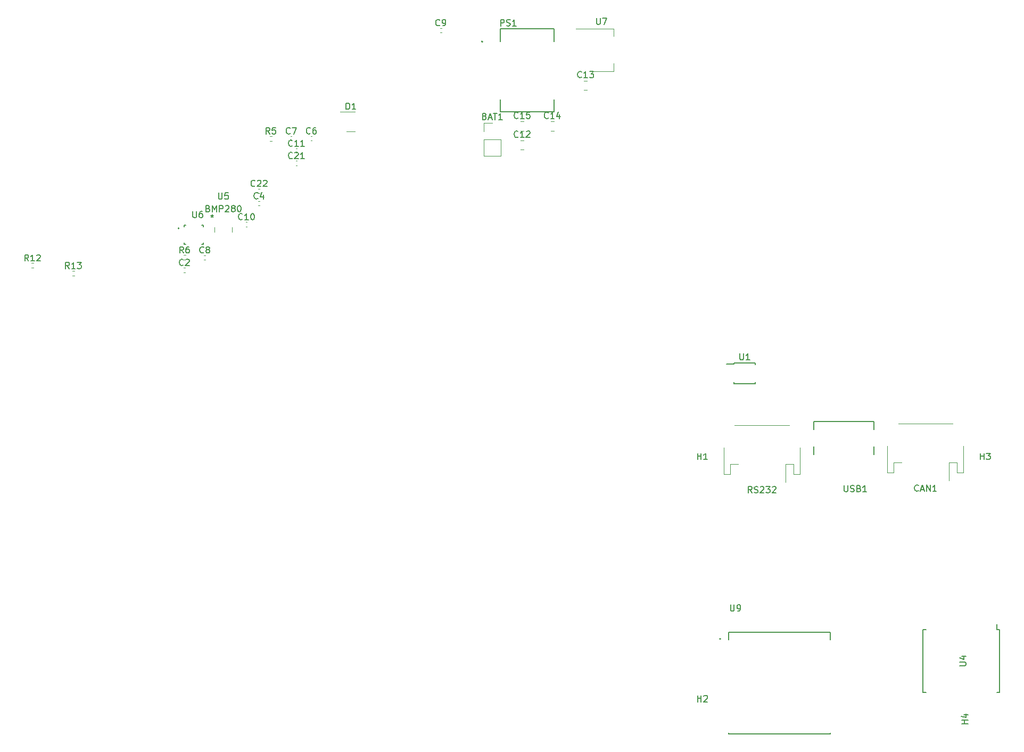
<source format=gbr>
%TF.GenerationSoftware,KiCad,Pcbnew,(6.0.1)*%
%TF.CreationDate,2022-02-28T23:17:01+05:30*%
%TF.ProjectId,ProIMU_V1,50726f49-4d55-45f5-9631-2e6b69636164,rev?*%
%TF.SameCoordinates,Original*%
%TF.FileFunction,Legend,Top*%
%TF.FilePolarity,Positive*%
%FSLAX46Y46*%
G04 Gerber Fmt 4.6, Leading zero omitted, Abs format (unit mm)*
G04 Created by KiCad (PCBNEW (6.0.1)) date 2022-02-28 23:17:01*
%MOMM*%
%LPD*%
G01*
G04 APERTURE LIST*
%ADD10C,0.150000*%
%ADD11C,0.120000*%
%ADD12C,0.127000*%
%ADD13C,0.200000*%
G04 APERTURE END LIST*
D10*
%TO.C,C10*%
X52837142Y-47977142D02*
X52789523Y-48024761D01*
X52646666Y-48072380D01*
X52551428Y-48072380D01*
X52408571Y-48024761D01*
X52313333Y-47929523D01*
X52265714Y-47834285D01*
X52218095Y-47643809D01*
X52218095Y-47500952D01*
X52265714Y-47310476D01*
X52313333Y-47215238D01*
X52408571Y-47120000D01*
X52551428Y-47072380D01*
X52646666Y-47072380D01*
X52789523Y-47120000D01*
X52837142Y-47167619D01*
X53789523Y-48072380D02*
X53218095Y-48072380D01*
X53503809Y-48072380D02*
X53503809Y-47072380D01*
X53408571Y-47215238D01*
X53313333Y-47310476D01*
X53218095Y-47358095D01*
X54408571Y-47072380D02*
X54503809Y-47072380D01*
X54599047Y-47120000D01*
X54646666Y-47167619D01*
X54694285Y-47262857D01*
X54741904Y-47453333D01*
X54741904Y-47691428D01*
X54694285Y-47881904D01*
X54646666Y-47977142D01*
X54599047Y-48024761D01*
X54503809Y-48072380D01*
X54408571Y-48072380D01*
X54313333Y-48024761D01*
X54265714Y-47977142D01*
X54218095Y-47881904D01*
X54170476Y-47691428D01*
X54170476Y-47453333D01*
X54218095Y-47262857D01*
X54265714Y-47167619D01*
X54313333Y-47120000D01*
X54408571Y-47072380D01*
%TO.C,C6*%
X63643333Y-34307142D02*
X63595714Y-34354761D01*
X63452857Y-34402380D01*
X63357619Y-34402380D01*
X63214761Y-34354761D01*
X63119523Y-34259523D01*
X63071904Y-34164285D01*
X63024285Y-33973809D01*
X63024285Y-33830952D01*
X63071904Y-33640476D01*
X63119523Y-33545238D01*
X63214761Y-33450000D01*
X63357619Y-33402380D01*
X63452857Y-33402380D01*
X63595714Y-33450000D01*
X63643333Y-33497619D01*
X64500476Y-33402380D02*
X64310000Y-33402380D01*
X64214761Y-33450000D01*
X64167142Y-33497619D01*
X64071904Y-33640476D01*
X64024285Y-33830952D01*
X64024285Y-34211904D01*
X64071904Y-34307142D01*
X64119523Y-34354761D01*
X64214761Y-34402380D01*
X64405238Y-34402380D01*
X64500476Y-34354761D01*
X64548095Y-34307142D01*
X64595714Y-34211904D01*
X64595714Y-33973809D01*
X64548095Y-33878571D01*
X64500476Y-33830952D01*
X64405238Y-33783333D01*
X64214761Y-33783333D01*
X64119523Y-33830952D01*
X64071904Y-33878571D01*
X64024285Y-33973809D01*
%TO.C,H3*%
X170238095Y-86202380D02*
X170238095Y-85202380D01*
X170238095Y-85678571D02*
X170809523Y-85678571D01*
X170809523Y-86202380D02*
X170809523Y-85202380D01*
X171190476Y-85202380D02*
X171809523Y-85202380D01*
X171476190Y-85583333D01*
X171619047Y-85583333D01*
X171714285Y-85630952D01*
X171761904Y-85678571D01*
X171809523Y-85773809D01*
X171809523Y-86011904D01*
X171761904Y-86107142D01*
X171714285Y-86154761D01*
X171619047Y-86202380D01*
X171333333Y-86202380D01*
X171238095Y-86154761D01*
X171190476Y-86107142D01*
%TO.C,U6*%
X44967884Y-46710913D02*
X44967884Y-47521845D01*
X45015586Y-47617249D01*
X45063288Y-47664951D01*
X45158692Y-47712653D01*
X45349499Y-47712653D01*
X45444903Y-47664951D01*
X45492605Y-47617249D01*
X45540307Y-47521845D01*
X45540307Y-46710913D01*
X46446643Y-46710913D02*
X46255835Y-46710913D01*
X46160432Y-46758615D01*
X46112730Y-46806316D01*
X46017326Y-46949422D01*
X45969624Y-47140230D01*
X45969624Y-47521845D01*
X46017326Y-47617249D01*
X46065028Y-47664951D01*
X46160432Y-47712653D01*
X46351239Y-47712653D01*
X46446643Y-47664951D01*
X46494345Y-47617249D01*
X46542047Y-47521845D01*
X46542047Y-47283335D01*
X46494345Y-47187932D01*
X46446643Y-47140230D01*
X46351239Y-47092528D01*
X46160432Y-47092528D01*
X46065028Y-47140230D01*
X46017326Y-47187932D01*
X45969624Y-47283335D01*
%TO.C,USB1*%
X148586904Y-90337380D02*
X148586904Y-91146904D01*
X148634523Y-91242142D01*
X148682142Y-91289761D01*
X148777380Y-91337380D01*
X148967857Y-91337380D01*
X149063095Y-91289761D01*
X149110714Y-91242142D01*
X149158333Y-91146904D01*
X149158333Y-90337380D01*
X149586904Y-91289761D02*
X149729761Y-91337380D01*
X149967857Y-91337380D01*
X150063095Y-91289761D01*
X150110714Y-91242142D01*
X150158333Y-91146904D01*
X150158333Y-91051666D01*
X150110714Y-90956428D01*
X150063095Y-90908809D01*
X149967857Y-90861190D01*
X149777380Y-90813571D01*
X149682142Y-90765952D01*
X149634523Y-90718333D01*
X149586904Y-90623095D01*
X149586904Y-90527857D01*
X149634523Y-90432619D01*
X149682142Y-90385000D01*
X149777380Y-90337380D01*
X150015476Y-90337380D01*
X150158333Y-90385000D01*
X150920238Y-90813571D02*
X151063095Y-90861190D01*
X151110714Y-90908809D01*
X151158333Y-91004047D01*
X151158333Y-91146904D01*
X151110714Y-91242142D01*
X151063095Y-91289761D01*
X150967857Y-91337380D01*
X150586904Y-91337380D01*
X150586904Y-90337380D01*
X150920238Y-90337380D01*
X151015476Y-90385000D01*
X151063095Y-90432619D01*
X151110714Y-90527857D01*
X151110714Y-90623095D01*
X151063095Y-90718333D01*
X151015476Y-90765952D01*
X150920238Y-90813571D01*
X150586904Y-90813571D01*
X152110714Y-91337380D02*
X151539285Y-91337380D01*
X151825000Y-91337380D02*
X151825000Y-90337380D01*
X151729761Y-90480238D01*
X151634523Y-90575476D01*
X151539285Y-90623095D01*
%TO.C,H1*%
X125238095Y-86202380D02*
X125238095Y-85202380D01*
X125238095Y-85678571D02*
X125809523Y-85678571D01*
X125809523Y-86202380D02*
X125809523Y-85202380D01*
X126809523Y-86202380D02*
X126238095Y-86202380D01*
X126523809Y-86202380D02*
X126523809Y-85202380D01*
X126428571Y-85345238D01*
X126333333Y-85440476D01*
X126238095Y-85488095D01*
%TO.C,U7*%
X109188095Y-16002380D02*
X109188095Y-16811904D01*
X109235714Y-16907142D01*
X109283333Y-16954761D01*
X109378571Y-17002380D01*
X109569047Y-17002380D01*
X109664285Y-16954761D01*
X109711904Y-16907142D01*
X109759523Y-16811904D01*
X109759523Y-16002380D01*
X110140476Y-16002380D02*
X110807142Y-16002380D01*
X110378571Y-17002380D01*
%TO.C,H2*%
X125238095Y-124752380D02*
X125238095Y-123752380D01*
X125238095Y-124228571D02*
X125809523Y-124228571D01*
X125809523Y-124752380D02*
X125809523Y-123752380D01*
X126238095Y-123847619D02*
X126285714Y-123800000D01*
X126380952Y-123752380D01*
X126619047Y-123752380D01*
X126714285Y-123800000D01*
X126761904Y-123847619D01*
X126809523Y-123942857D01*
X126809523Y-124038095D01*
X126761904Y-124180952D01*
X126190476Y-124752380D01*
X126809523Y-124752380D01*
%TO.C,C2*%
X43433333Y-55257142D02*
X43385714Y-55304761D01*
X43242857Y-55352380D01*
X43147619Y-55352380D01*
X43004761Y-55304761D01*
X42909523Y-55209523D01*
X42861904Y-55114285D01*
X42814285Y-54923809D01*
X42814285Y-54780952D01*
X42861904Y-54590476D01*
X42909523Y-54495238D01*
X43004761Y-54400000D01*
X43147619Y-54352380D01*
X43242857Y-54352380D01*
X43385714Y-54400000D01*
X43433333Y-54447619D01*
X43814285Y-54447619D02*
X43861904Y-54400000D01*
X43957142Y-54352380D01*
X44195238Y-54352380D01*
X44290476Y-54400000D01*
X44338095Y-54447619D01*
X44385714Y-54542857D01*
X44385714Y-54638095D01*
X44338095Y-54780952D01*
X43766666Y-55352380D01*
X44385714Y-55352380D01*
%TO.C,C21*%
X60787142Y-38247142D02*
X60739523Y-38294761D01*
X60596666Y-38342380D01*
X60501428Y-38342380D01*
X60358571Y-38294761D01*
X60263333Y-38199523D01*
X60215714Y-38104285D01*
X60168095Y-37913809D01*
X60168095Y-37770952D01*
X60215714Y-37580476D01*
X60263333Y-37485238D01*
X60358571Y-37390000D01*
X60501428Y-37342380D01*
X60596666Y-37342380D01*
X60739523Y-37390000D01*
X60787142Y-37437619D01*
X61168095Y-37437619D02*
X61215714Y-37390000D01*
X61310952Y-37342380D01*
X61549047Y-37342380D01*
X61644285Y-37390000D01*
X61691904Y-37437619D01*
X61739523Y-37532857D01*
X61739523Y-37628095D01*
X61691904Y-37770952D01*
X61120476Y-38342380D01*
X61739523Y-38342380D01*
X62691904Y-38342380D02*
X62120476Y-38342380D01*
X62406190Y-38342380D02*
X62406190Y-37342380D01*
X62310952Y-37485238D01*
X62215714Y-37580476D01*
X62120476Y-37628095D01*
%TO.C,R6*%
X43453333Y-53362380D02*
X43120000Y-52886190D01*
X42881904Y-53362380D02*
X42881904Y-52362380D01*
X43262857Y-52362380D01*
X43358095Y-52410000D01*
X43405714Y-52457619D01*
X43453333Y-52552857D01*
X43453333Y-52695714D01*
X43405714Y-52790952D01*
X43358095Y-52838571D01*
X43262857Y-52886190D01*
X42881904Y-52886190D01*
X44310476Y-52362380D02*
X44120000Y-52362380D01*
X44024761Y-52410000D01*
X43977142Y-52457619D01*
X43881904Y-52600476D01*
X43834285Y-52790952D01*
X43834285Y-53171904D01*
X43881904Y-53267142D01*
X43929523Y-53314761D01*
X44024761Y-53362380D01*
X44215238Y-53362380D01*
X44310476Y-53314761D01*
X44358095Y-53267142D01*
X44405714Y-53171904D01*
X44405714Y-52933809D01*
X44358095Y-52838571D01*
X44310476Y-52790952D01*
X44215238Y-52743333D01*
X44024761Y-52743333D01*
X43929523Y-52790952D01*
X43881904Y-52838571D01*
X43834285Y-52933809D01*
%TO.C,R5*%
X57203333Y-34402380D02*
X56870000Y-33926190D01*
X56631904Y-34402380D02*
X56631904Y-33402380D01*
X57012857Y-33402380D01*
X57108095Y-33450000D01*
X57155714Y-33497619D01*
X57203333Y-33592857D01*
X57203333Y-33735714D01*
X57155714Y-33830952D01*
X57108095Y-33878571D01*
X57012857Y-33926190D01*
X56631904Y-33926190D01*
X58108095Y-33402380D02*
X57631904Y-33402380D01*
X57584285Y-33878571D01*
X57631904Y-33830952D01*
X57727142Y-33783333D01*
X57965238Y-33783333D01*
X58060476Y-33830952D01*
X58108095Y-33878571D01*
X58155714Y-33973809D01*
X58155714Y-34211904D01*
X58108095Y-34307142D01*
X58060476Y-34354761D01*
X57965238Y-34402380D01*
X57727142Y-34402380D01*
X57631904Y-34354761D01*
X57584285Y-34307142D01*
%TO.C,C15*%
X96687142Y-31857142D02*
X96639523Y-31904761D01*
X96496666Y-31952380D01*
X96401428Y-31952380D01*
X96258571Y-31904761D01*
X96163333Y-31809523D01*
X96115714Y-31714285D01*
X96068095Y-31523809D01*
X96068095Y-31380952D01*
X96115714Y-31190476D01*
X96163333Y-31095238D01*
X96258571Y-31000000D01*
X96401428Y-30952380D01*
X96496666Y-30952380D01*
X96639523Y-31000000D01*
X96687142Y-31047619D01*
X97639523Y-31952380D02*
X97068095Y-31952380D01*
X97353809Y-31952380D02*
X97353809Y-30952380D01*
X97258571Y-31095238D01*
X97163333Y-31190476D01*
X97068095Y-31238095D01*
X98544285Y-30952380D02*
X98068095Y-30952380D01*
X98020476Y-31428571D01*
X98068095Y-31380952D01*
X98163333Y-31333333D01*
X98401428Y-31333333D01*
X98496666Y-31380952D01*
X98544285Y-31428571D01*
X98591904Y-31523809D01*
X98591904Y-31761904D01*
X98544285Y-31857142D01*
X98496666Y-31904761D01*
X98401428Y-31952380D01*
X98163333Y-31952380D01*
X98068095Y-31904761D01*
X98020476Y-31857142D01*
%TO.C,CAN1*%
X160380952Y-91157142D02*
X160333333Y-91204761D01*
X160190476Y-91252380D01*
X160095238Y-91252380D01*
X159952380Y-91204761D01*
X159857142Y-91109523D01*
X159809523Y-91014285D01*
X159761904Y-90823809D01*
X159761904Y-90680952D01*
X159809523Y-90490476D01*
X159857142Y-90395238D01*
X159952380Y-90300000D01*
X160095238Y-90252380D01*
X160190476Y-90252380D01*
X160333333Y-90300000D01*
X160380952Y-90347619D01*
X160761904Y-90966666D02*
X161238095Y-90966666D01*
X160666666Y-91252380D02*
X161000000Y-90252380D01*
X161333333Y-91252380D01*
X161666666Y-91252380D02*
X161666666Y-90252380D01*
X162238095Y-91252380D01*
X162238095Y-90252380D01*
X163238095Y-91252380D02*
X162666666Y-91252380D01*
X162952380Y-91252380D02*
X162952380Y-90252380D01*
X162857142Y-90395238D01*
X162761904Y-90490476D01*
X162666666Y-90538095D01*
%TO.C,R12*%
X18807142Y-54632380D02*
X18473809Y-54156190D01*
X18235714Y-54632380D02*
X18235714Y-53632380D01*
X18616666Y-53632380D01*
X18711904Y-53680000D01*
X18759523Y-53727619D01*
X18807142Y-53822857D01*
X18807142Y-53965714D01*
X18759523Y-54060952D01*
X18711904Y-54108571D01*
X18616666Y-54156190D01*
X18235714Y-54156190D01*
X19759523Y-54632380D02*
X19188095Y-54632380D01*
X19473809Y-54632380D02*
X19473809Y-53632380D01*
X19378571Y-53775238D01*
X19283333Y-53870476D01*
X19188095Y-53918095D01*
X20140476Y-53727619D02*
X20188095Y-53680000D01*
X20283333Y-53632380D01*
X20521428Y-53632380D01*
X20616666Y-53680000D01*
X20664285Y-53727619D01*
X20711904Y-53822857D01*
X20711904Y-53918095D01*
X20664285Y-54060952D01*
X20092857Y-54632380D01*
X20711904Y-54632380D01*
%TO.C,C9*%
X84233333Y-17107142D02*
X84185714Y-17154761D01*
X84042857Y-17202380D01*
X83947619Y-17202380D01*
X83804761Y-17154761D01*
X83709523Y-17059523D01*
X83661904Y-16964285D01*
X83614285Y-16773809D01*
X83614285Y-16630952D01*
X83661904Y-16440476D01*
X83709523Y-16345238D01*
X83804761Y-16250000D01*
X83947619Y-16202380D01*
X84042857Y-16202380D01*
X84185714Y-16250000D01*
X84233333Y-16297619D01*
X84709523Y-17202380D02*
X84900000Y-17202380D01*
X84995238Y-17154761D01*
X85042857Y-17107142D01*
X85138095Y-16964285D01*
X85185714Y-16773809D01*
X85185714Y-16392857D01*
X85138095Y-16297619D01*
X85090476Y-16250000D01*
X84995238Y-16202380D01*
X84804761Y-16202380D01*
X84709523Y-16250000D01*
X84661904Y-16297619D01*
X84614285Y-16392857D01*
X84614285Y-16630952D01*
X84661904Y-16726190D01*
X84709523Y-16773809D01*
X84804761Y-16821428D01*
X84995238Y-16821428D01*
X85090476Y-16773809D01*
X85138095Y-16726190D01*
X85185714Y-16630952D01*
%TO.C,U4*%
X166952380Y-119011904D02*
X167761904Y-119011904D01*
X167857142Y-118964285D01*
X167904761Y-118916666D01*
X167952380Y-118821428D01*
X167952380Y-118630952D01*
X167904761Y-118535714D01*
X167857142Y-118488095D01*
X167761904Y-118440476D01*
X166952380Y-118440476D01*
X167285714Y-117535714D02*
X167952380Y-117535714D01*
X166904761Y-117773809D02*
X167619047Y-118011904D01*
X167619047Y-117392857D01*
%TO.C,C11*%
X60787142Y-36277142D02*
X60739523Y-36324761D01*
X60596666Y-36372380D01*
X60501428Y-36372380D01*
X60358571Y-36324761D01*
X60263333Y-36229523D01*
X60215714Y-36134285D01*
X60168095Y-35943809D01*
X60168095Y-35800952D01*
X60215714Y-35610476D01*
X60263333Y-35515238D01*
X60358571Y-35420000D01*
X60501428Y-35372380D01*
X60596666Y-35372380D01*
X60739523Y-35420000D01*
X60787142Y-35467619D01*
X61739523Y-36372380D02*
X61168095Y-36372380D01*
X61453809Y-36372380D02*
X61453809Y-35372380D01*
X61358571Y-35515238D01*
X61263333Y-35610476D01*
X61168095Y-35658095D01*
X62691904Y-36372380D02*
X62120476Y-36372380D01*
X62406190Y-36372380D02*
X62406190Y-35372380D01*
X62310952Y-35515238D01*
X62215714Y-35610476D01*
X62120476Y-35658095D01*
%TO.C,U9*%
X130503095Y-109317380D02*
X130503095Y-110126904D01*
X130550714Y-110222142D01*
X130598333Y-110269761D01*
X130693571Y-110317380D01*
X130884047Y-110317380D01*
X130979285Y-110269761D01*
X131026904Y-110222142D01*
X131074523Y-110126904D01*
X131074523Y-109317380D01*
X131598333Y-110317380D02*
X131788809Y-110317380D01*
X131884047Y-110269761D01*
X131931666Y-110222142D01*
X132026904Y-110079285D01*
X132074523Y-109888809D01*
X132074523Y-109507857D01*
X132026904Y-109412619D01*
X131979285Y-109365000D01*
X131884047Y-109317380D01*
X131693571Y-109317380D01*
X131598333Y-109365000D01*
X131550714Y-109412619D01*
X131503095Y-109507857D01*
X131503095Y-109745952D01*
X131550714Y-109841190D01*
X131598333Y-109888809D01*
X131693571Y-109936428D01*
X131884047Y-109936428D01*
X131979285Y-109888809D01*
X132026904Y-109841190D01*
X132074523Y-109745952D01*
%TO.C,C22*%
X54837142Y-42677142D02*
X54789523Y-42724761D01*
X54646666Y-42772380D01*
X54551428Y-42772380D01*
X54408571Y-42724761D01*
X54313333Y-42629523D01*
X54265714Y-42534285D01*
X54218095Y-42343809D01*
X54218095Y-42200952D01*
X54265714Y-42010476D01*
X54313333Y-41915238D01*
X54408571Y-41820000D01*
X54551428Y-41772380D01*
X54646666Y-41772380D01*
X54789523Y-41820000D01*
X54837142Y-41867619D01*
X55218095Y-41867619D02*
X55265714Y-41820000D01*
X55360952Y-41772380D01*
X55599047Y-41772380D01*
X55694285Y-41820000D01*
X55741904Y-41867619D01*
X55789523Y-41962857D01*
X55789523Y-42058095D01*
X55741904Y-42200952D01*
X55170476Y-42772380D01*
X55789523Y-42772380D01*
X56170476Y-41867619D02*
X56218095Y-41820000D01*
X56313333Y-41772380D01*
X56551428Y-41772380D01*
X56646666Y-41820000D01*
X56694285Y-41867619D01*
X56741904Y-41962857D01*
X56741904Y-42058095D01*
X56694285Y-42200952D01*
X56122857Y-42772380D01*
X56741904Y-42772380D01*
%TO.C,C7*%
X60433333Y-34307142D02*
X60385714Y-34354761D01*
X60242857Y-34402380D01*
X60147619Y-34402380D01*
X60004761Y-34354761D01*
X59909523Y-34259523D01*
X59861904Y-34164285D01*
X59814285Y-33973809D01*
X59814285Y-33830952D01*
X59861904Y-33640476D01*
X59909523Y-33545238D01*
X60004761Y-33450000D01*
X60147619Y-33402380D01*
X60242857Y-33402380D01*
X60385714Y-33450000D01*
X60433333Y-33497619D01*
X60766666Y-33402380D02*
X61433333Y-33402380D01*
X61004761Y-34402380D01*
%TO.C,RS232*%
X133904761Y-91502380D02*
X133571428Y-91026190D01*
X133333333Y-91502380D02*
X133333333Y-90502380D01*
X133714285Y-90502380D01*
X133809523Y-90550000D01*
X133857142Y-90597619D01*
X133904761Y-90692857D01*
X133904761Y-90835714D01*
X133857142Y-90930952D01*
X133809523Y-90978571D01*
X133714285Y-91026190D01*
X133333333Y-91026190D01*
X134285714Y-91454761D02*
X134428571Y-91502380D01*
X134666666Y-91502380D01*
X134761904Y-91454761D01*
X134809523Y-91407142D01*
X134857142Y-91311904D01*
X134857142Y-91216666D01*
X134809523Y-91121428D01*
X134761904Y-91073809D01*
X134666666Y-91026190D01*
X134476190Y-90978571D01*
X134380952Y-90930952D01*
X134333333Y-90883333D01*
X134285714Y-90788095D01*
X134285714Y-90692857D01*
X134333333Y-90597619D01*
X134380952Y-90550000D01*
X134476190Y-90502380D01*
X134714285Y-90502380D01*
X134857142Y-90550000D01*
X135238095Y-90597619D02*
X135285714Y-90550000D01*
X135380952Y-90502380D01*
X135619047Y-90502380D01*
X135714285Y-90550000D01*
X135761904Y-90597619D01*
X135809523Y-90692857D01*
X135809523Y-90788095D01*
X135761904Y-90930952D01*
X135190476Y-91502380D01*
X135809523Y-91502380D01*
X136142857Y-90502380D02*
X136761904Y-90502380D01*
X136428571Y-90883333D01*
X136571428Y-90883333D01*
X136666666Y-90930952D01*
X136714285Y-90978571D01*
X136761904Y-91073809D01*
X136761904Y-91311904D01*
X136714285Y-91407142D01*
X136666666Y-91454761D01*
X136571428Y-91502380D01*
X136285714Y-91502380D01*
X136190476Y-91454761D01*
X136142857Y-91407142D01*
X137142857Y-90597619D02*
X137190476Y-90550000D01*
X137285714Y-90502380D01*
X137523809Y-90502380D01*
X137619047Y-90550000D01*
X137666666Y-90597619D01*
X137714285Y-90692857D01*
X137714285Y-90788095D01*
X137666666Y-90930952D01*
X137095238Y-91502380D01*
X137714285Y-91502380D01*
%TO.C,H4*%
X168252380Y-128261904D02*
X167252380Y-128261904D01*
X167728571Y-128261904D02*
X167728571Y-127690476D01*
X168252380Y-127690476D02*
X167252380Y-127690476D01*
X167585714Y-126785714D02*
X168252380Y-126785714D01*
X167204761Y-127023809D02*
X167919047Y-127261904D01*
X167919047Y-126642857D01*
%TO.C,R13*%
X25307142Y-55832380D02*
X24973809Y-55356190D01*
X24735714Y-55832380D02*
X24735714Y-54832380D01*
X25116666Y-54832380D01*
X25211904Y-54880000D01*
X25259523Y-54927619D01*
X25307142Y-55022857D01*
X25307142Y-55165714D01*
X25259523Y-55260952D01*
X25211904Y-55308571D01*
X25116666Y-55356190D01*
X24735714Y-55356190D01*
X26259523Y-55832380D02*
X25688095Y-55832380D01*
X25973809Y-55832380D02*
X25973809Y-54832380D01*
X25878571Y-54975238D01*
X25783333Y-55070476D01*
X25688095Y-55118095D01*
X26592857Y-54832380D02*
X27211904Y-54832380D01*
X26878571Y-55213333D01*
X27021428Y-55213333D01*
X27116666Y-55260952D01*
X27164285Y-55308571D01*
X27211904Y-55403809D01*
X27211904Y-55641904D01*
X27164285Y-55737142D01*
X27116666Y-55784761D01*
X27021428Y-55832380D01*
X26735714Y-55832380D01*
X26640476Y-55784761D01*
X26592857Y-55737142D01*
%TO.C,C13*%
X106787142Y-25357142D02*
X106739523Y-25404761D01*
X106596666Y-25452380D01*
X106501428Y-25452380D01*
X106358571Y-25404761D01*
X106263333Y-25309523D01*
X106215714Y-25214285D01*
X106168095Y-25023809D01*
X106168095Y-24880952D01*
X106215714Y-24690476D01*
X106263333Y-24595238D01*
X106358571Y-24500000D01*
X106501428Y-24452380D01*
X106596666Y-24452380D01*
X106739523Y-24500000D01*
X106787142Y-24547619D01*
X107739523Y-25452380D02*
X107168095Y-25452380D01*
X107453809Y-25452380D02*
X107453809Y-24452380D01*
X107358571Y-24595238D01*
X107263333Y-24690476D01*
X107168095Y-24738095D01*
X108072857Y-24452380D02*
X108691904Y-24452380D01*
X108358571Y-24833333D01*
X108501428Y-24833333D01*
X108596666Y-24880952D01*
X108644285Y-24928571D01*
X108691904Y-25023809D01*
X108691904Y-25261904D01*
X108644285Y-25357142D01*
X108596666Y-25404761D01*
X108501428Y-25452380D01*
X108215714Y-25452380D01*
X108120476Y-25404761D01*
X108072857Y-25357142D01*
%TO.C,C4*%
X55313333Y-44647142D02*
X55265714Y-44694761D01*
X55122857Y-44742380D01*
X55027619Y-44742380D01*
X54884761Y-44694761D01*
X54789523Y-44599523D01*
X54741904Y-44504285D01*
X54694285Y-44313809D01*
X54694285Y-44170952D01*
X54741904Y-43980476D01*
X54789523Y-43885238D01*
X54884761Y-43790000D01*
X55027619Y-43742380D01*
X55122857Y-43742380D01*
X55265714Y-43790000D01*
X55313333Y-43837619D01*
X56170476Y-44075714D02*
X56170476Y-44742380D01*
X55932380Y-43694761D02*
X55694285Y-44409047D01*
X56313333Y-44409047D01*
%TO.C,PS1*%
X93920714Y-17217380D02*
X93920714Y-16217380D01*
X94301666Y-16217380D01*
X94396904Y-16265000D01*
X94444523Y-16312619D01*
X94492142Y-16407857D01*
X94492142Y-16550714D01*
X94444523Y-16645952D01*
X94396904Y-16693571D01*
X94301666Y-16741190D01*
X93920714Y-16741190D01*
X94873095Y-17169761D02*
X95015952Y-17217380D01*
X95254047Y-17217380D01*
X95349285Y-17169761D01*
X95396904Y-17122142D01*
X95444523Y-17026904D01*
X95444523Y-16931666D01*
X95396904Y-16836428D01*
X95349285Y-16788809D01*
X95254047Y-16741190D01*
X95063571Y-16693571D01*
X94968333Y-16645952D01*
X94920714Y-16598333D01*
X94873095Y-16503095D01*
X94873095Y-16407857D01*
X94920714Y-16312619D01*
X94968333Y-16265000D01*
X95063571Y-16217380D01*
X95301666Y-16217380D01*
X95444523Y-16265000D01*
X96396904Y-17217380D02*
X95825476Y-17217380D01*
X96111190Y-17217380D02*
X96111190Y-16217380D01*
X96015952Y-16360238D01*
X95920714Y-16455476D01*
X95825476Y-16503095D01*
%TO.C,U1*%
X131988095Y-69352380D02*
X131988095Y-70161904D01*
X132035714Y-70257142D01*
X132083333Y-70304761D01*
X132178571Y-70352380D01*
X132369047Y-70352380D01*
X132464285Y-70304761D01*
X132511904Y-70257142D01*
X132559523Y-70161904D01*
X132559523Y-69352380D01*
X133559523Y-70352380D02*
X132988095Y-70352380D01*
X133273809Y-70352380D02*
X133273809Y-69352380D01*
X133178571Y-69495238D01*
X133083333Y-69590476D01*
X132988095Y-69638095D01*
%TO.C,BAT1*%
X91385714Y-31598571D02*
X91528571Y-31646190D01*
X91576190Y-31693809D01*
X91623809Y-31789047D01*
X91623809Y-31931904D01*
X91576190Y-32027142D01*
X91528571Y-32074761D01*
X91433333Y-32122380D01*
X91052380Y-32122380D01*
X91052380Y-31122380D01*
X91385714Y-31122380D01*
X91480952Y-31170000D01*
X91528571Y-31217619D01*
X91576190Y-31312857D01*
X91576190Y-31408095D01*
X91528571Y-31503333D01*
X91480952Y-31550952D01*
X91385714Y-31598571D01*
X91052380Y-31598571D01*
X92004761Y-31836666D02*
X92480952Y-31836666D01*
X91909523Y-32122380D02*
X92242857Y-31122380D01*
X92576190Y-32122380D01*
X92766666Y-31122380D02*
X93338095Y-31122380D01*
X93052380Y-32122380D02*
X93052380Y-31122380D01*
X94195238Y-32122380D02*
X93623809Y-32122380D01*
X93909523Y-32122380D02*
X93909523Y-31122380D01*
X93814285Y-31265238D01*
X93719047Y-31360476D01*
X93623809Y-31408095D01*
%TO.C,C12*%
X96687142Y-34867142D02*
X96639523Y-34914761D01*
X96496666Y-34962380D01*
X96401428Y-34962380D01*
X96258571Y-34914761D01*
X96163333Y-34819523D01*
X96115714Y-34724285D01*
X96068095Y-34533809D01*
X96068095Y-34390952D01*
X96115714Y-34200476D01*
X96163333Y-34105238D01*
X96258571Y-34010000D01*
X96401428Y-33962380D01*
X96496666Y-33962380D01*
X96639523Y-34010000D01*
X96687142Y-34057619D01*
X97639523Y-34962380D02*
X97068095Y-34962380D01*
X97353809Y-34962380D02*
X97353809Y-33962380D01*
X97258571Y-34105238D01*
X97163333Y-34200476D01*
X97068095Y-34248095D01*
X98020476Y-34057619D02*
X98068095Y-34010000D01*
X98163333Y-33962380D01*
X98401428Y-33962380D01*
X98496666Y-34010000D01*
X98544285Y-34057619D01*
X98591904Y-34152857D01*
X98591904Y-34248095D01*
X98544285Y-34390952D01*
X97972857Y-34962380D01*
X98591904Y-34962380D01*
%TO.C,U5*%
X49047495Y-43780480D02*
X49047495Y-44590004D01*
X49095114Y-44685242D01*
X49142733Y-44732861D01*
X49237971Y-44780480D01*
X49428447Y-44780480D01*
X49523685Y-44732861D01*
X49571304Y-44685242D01*
X49618923Y-44590004D01*
X49618923Y-43780480D01*
X50571304Y-43780480D02*
X50095114Y-43780480D01*
X50047495Y-44256671D01*
X50095114Y-44209052D01*
X50190352Y-44161433D01*
X50428447Y-44161433D01*
X50523685Y-44209052D01*
X50571304Y-44256671D01*
X50618923Y-44351909D01*
X50618923Y-44590004D01*
X50571304Y-44685242D01*
X50523685Y-44732861D01*
X50428447Y-44780480D01*
X50190352Y-44780480D01*
X50095114Y-44732861D01*
X50047495Y-44685242D01*
X47380828Y-46256671D02*
X47523685Y-46304290D01*
X47571304Y-46351909D01*
X47618923Y-46447147D01*
X47618923Y-46590004D01*
X47571304Y-46685242D01*
X47523685Y-46732861D01*
X47428447Y-46780480D01*
X47047495Y-46780480D01*
X47047495Y-45780480D01*
X47380828Y-45780480D01*
X47476066Y-45828100D01*
X47523685Y-45875719D01*
X47571304Y-45970957D01*
X47571304Y-46066195D01*
X47523685Y-46161433D01*
X47476066Y-46209052D01*
X47380828Y-46256671D01*
X47047495Y-46256671D01*
X48047495Y-46780480D02*
X48047495Y-45780480D01*
X48380828Y-46494766D01*
X48714161Y-45780480D01*
X48714161Y-46780480D01*
X49190352Y-46780480D02*
X49190352Y-45780480D01*
X49571304Y-45780480D01*
X49666542Y-45828100D01*
X49714161Y-45875719D01*
X49761780Y-45970957D01*
X49761780Y-46113814D01*
X49714161Y-46209052D01*
X49666542Y-46256671D01*
X49571304Y-46304290D01*
X49190352Y-46304290D01*
X50142733Y-45875719D02*
X50190352Y-45828100D01*
X50285590Y-45780480D01*
X50523685Y-45780480D01*
X50618923Y-45828100D01*
X50666542Y-45875719D01*
X50714161Y-45970957D01*
X50714161Y-46066195D01*
X50666542Y-46209052D01*
X50095114Y-46780480D01*
X50714161Y-46780480D01*
X51285590Y-46209052D02*
X51190352Y-46161433D01*
X51142733Y-46113814D01*
X51095114Y-46018576D01*
X51095114Y-45970957D01*
X51142733Y-45875719D01*
X51190352Y-45828100D01*
X51285590Y-45780480D01*
X51476066Y-45780480D01*
X51571304Y-45828100D01*
X51618923Y-45875719D01*
X51666542Y-45970957D01*
X51666542Y-46018576D01*
X51618923Y-46113814D01*
X51571304Y-46161433D01*
X51476066Y-46209052D01*
X51285590Y-46209052D01*
X51190352Y-46256671D01*
X51142733Y-46304290D01*
X51095114Y-46399528D01*
X51095114Y-46590004D01*
X51142733Y-46685242D01*
X51190352Y-46732861D01*
X51285590Y-46780480D01*
X51476066Y-46780480D01*
X51571304Y-46732861D01*
X51618923Y-46685242D01*
X51666542Y-46590004D01*
X51666542Y-46399528D01*
X51618923Y-46304290D01*
X51571304Y-46256671D01*
X51476066Y-46209052D01*
X52285590Y-45780480D02*
X52380828Y-45780480D01*
X52476066Y-45828100D01*
X52523685Y-45875719D01*
X52571304Y-45970957D01*
X52618923Y-46161433D01*
X52618923Y-46399528D01*
X52571304Y-46590004D01*
X52523685Y-46685242D01*
X52476066Y-46732861D01*
X52380828Y-46780480D01*
X52285590Y-46780480D01*
X52190352Y-46732861D01*
X52142733Y-46685242D01*
X52095114Y-46590004D01*
X52047495Y-46399528D01*
X52047495Y-46161433D01*
X52095114Y-45970957D01*
X52142733Y-45875719D01*
X52190352Y-45828100D01*
X52285590Y-45780480D01*
X48024400Y-47249480D02*
X48024400Y-47487576D01*
X47786304Y-47392338D02*
X48024400Y-47487576D01*
X48262495Y-47392338D01*
X47881542Y-47678052D02*
X48024400Y-47487576D01*
X48167257Y-47678052D01*
X48024400Y-47249480D02*
X48024400Y-47487576D01*
X47786304Y-47392338D02*
X48024400Y-47487576D01*
X48262495Y-47392338D01*
X47881542Y-47678052D02*
X48024400Y-47487576D01*
X48167257Y-47678052D01*
%TO.C,C14*%
X101497142Y-31857142D02*
X101449523Y-31904761D01*
X101306666Y-31952380D01*
X101211428Y-31952380D01*
X101068571Y-31904761D01*
X100973333Y-31809523D01*
X100925714Y-31714285D01*
X100878095Y-31523809D01*
X100878095Y-31380952D01*
X100925714Y-31190476D01*
X100973333Y-31095238D01*
X101068571Y-31000000D01*
X101211428Y-30952380D01*
X101306666Y-30952380D01*
X101449523Y-31000000D01*
X101497142Y-31047619D01*
X102449523Y-31952380D02*
X101878095Y-31952380D01*
X102163809Y-31952380D02*
X102163809Y-30952380D01*
X102068571Y-31095238D01*
X101973333Y-31190476D01*
X101878095Y-31238095D01*
X103306666Y-31285714D02*
X103306666Y-31952380D01*
X103068571Y-30904761D02*
X102830476Y-31619047D01*
X103449523Y-31619047D01*
%TO.C,D1*%
X69351904Y-30502380D02*
X69351904Y-29502380D01*
X69590000Y-29502380D01*
X69732857Y-29550000D01*
X69828095Y-29645238D01*
X69875714Y-29740476D01*
X69923333Y-29930952D01*
X69923333Y-30073809D01*
X69875714Y-30264285D01*
X69828095Y-30359523D01*
X69732857Y-30454761D01*
X69590000Y-30502380D01*
X69351904Y-30502380D01*
X70875714Y-30502380D02*
X70304285Y-30502380D01*
X70590000Y-30502380D02*
X70590000Y-29502380D01*
X70494761Y-29645238D01*
X70399523Y-29740476D01*
X70304285Y-29788095D01*
%TO.C,C8*%
X46683333Y-53267142D02*
X46635714Y-53314761D01*
X46492857Y-53362380D01*
X46397619Y-53362380D01*
X46254761Y-53314761D01*
X46159523Y-53219523D01*
X46111904Y-53124285D01*
X46064285Y-52933809D01*
X46064285Y-52790952D01*
X46111904Y-52600476D01*
X46159523Y-52505238D01*
X46254761Y-52410000D01*
X46397619Y-52362380D01*
X46492857Y-52362380D01*
X46635714Y-52410000D01*
X46683333Y-52457619D01*
X47254761Y-52790952D02*
X47159523Y-52743333D01*
X47111904Y-52695714D01*
X47064285Y-52600476D01*
X47064285Y-52552857D01*
X47111904Y-52457619D01*
X47159523Y-52410000D01*
X47254761Y-52362380D01*
X47445238Y-52362380D01*
X47540476Y-52410000D01*
X47588095Y-52457619D01*
X47635714Y-52552857D01*
X47635714Y-52600476D01*
X47588095Y-52695714D01*
X47540476Y-52743333D01*
X47445238Y-52790952D01*
X47254761Y-52790952D01*
X47159523Y-52838571D01*
X47111904Y-52886190D01*
X47064285Y-52981428D01*
X47064285Y-53171904D01*
X47111904Y-53267142D01*
X47159523Y-53314761D01*
X47254761Y-53362380D01*
X47445238Y-53362380D01*
X47540476Y-53314761D01*
X47588095Y-53267142D01*
X47635714Y-53171904D01*
X47635714Y-52981428D01*
X47588095Y-52886190D01*
X47540476Y-52838571D01*
X47445238Y-52790952D01*
D11*
%TO.C,C10*%
X53364165Y-48420000D02*
X53595835Y-48420000D01*
X53364165Y-49140000D02*
X53595835Y-49140000D01*
%TO.C,C6*%
X63694165Y-35470000D02*
X63925835Y-35470000D01*
X63694165Y-34750000D02*
X63925835Y-34750000D01*
D12*
%TO.C,U6*%
X46645000Y-51740000D02*
X46645000Y-51990000D01*
X43795000Y-48890000D02*
X43545000Y-48890000D01*
X46645000Y-48890000D02*
X46645000Y-49140000D01*
X43545000Y-48890000D02*
X43545000Y-49140000D01*
X46395000Y-48890000D02*
X46645000Y-48890000D01*
X46645000Y-51990000D02*
X46395000Y-51990000D01*
X43545000Y-51740000D02*
X43545000Y-51990000D01*
X43545000Y-51990000D02*
X43795000Y-51990000D01*
D13*
X42795000Y-49440000D02*
G75*
G03*
X42795000Y-49440000I-100000J0D01*
G01*
%TO.C,USB1*%
X153290000Y-81430000D02*
X153290000Y-80150000D01*
X143710000Y-80150000D02*
X143710000Y-81430000D01*
X143710000Y-85400000D02*
X143710000Y-84150000D01*
X153290000Y-80150000D02*
X143710000Y-80150000D01*
X153290000Y-85400000D02*
X153290000Y-84150000D01*
D11*
%TO.C,U7*%
X105850000Y-17640000D02*
X111860000Y-17640000D01*
X111860000Y-24460000D02*
X111860000Y-23200000D01*
X111860000Y-17640000D02*
X111860000Y-18900000D01*
X108100000Y-24460000D02*
X111860000Y-24460000D01*
%TO.C,C2*%
X43484165Y-55700000D02*
X43715835Y-55700000D01*
X43484165Y-56420000D02*
X43715835Y-56420000D01*
%TO.C,C21*%
X61314165Y-38690000D02*
X61545835Y-38690000D01*
X61314165Y-39410000D02*
X61545835Y-39410000D01*
%TO.C,R6*%
X43452379Y-53700000D02*
X43787621Y-53700000D01*
X43452379Y-54460000D02*
X43787621Y-54460000D01*
%TO.C,R5*%
X57202379Y-34740000D02*
X57537621Y-34740000D01*
X57202379Y-35500000D02*
X57537621Y-35500000D01*
%TO.C,C15*%
X97068748Y-33915000D02*
X97591252Y-33915000D01*
X97068748Y-32445000D02*
X97591252Y-32445000D01*
%TO.C,CAN1*%
X166540000Y-86710000D02*
X165260000Y-86710000D01*
X156460000Y-88310000D02*
X156460000Y-86710000D01*
X155440000Y-84060000D02*
X155440000Y-88310000D01*
X156460000Y-86710000D02*
X157740000Y-86710000D01*
X167560000Y-84060000D02*
X167560000Y-88310000D01*
X166540000Y-88310000D02*
X166540000Y-86710000D01*
X165260000Y-86710000D02*
X165260000Y-89600000D01*
X165840000Y-80490000D02*
X157160000Y-80490000D01*
X155440000Y-88310000D02*
X156460000Y-88310000D01*
X167560000Y-88310000D02*
X166540000Y-88310000D01*
%TO.C,R12*%
X19282379Y-54970000D02*
X19617621Y-54970000D01*
X19282379Y-55730000D02*
X19617621Y-55730000D01*
%TO.C,C9*%
X84284165Y-18270000D02*
X84515835Y-18270000D01*
X84284165Y-17550000D02*
X84515835Y-17550000D01*
D10*
%TO.C,U4*%
X161100000Y-123250000D02*
X161600000Y-123250000D01*
X173250000Y-113250000D02*
X172900000Y-113250000D01*
X161100000Y-113250000D02*
X161100000Y-123250000D01*
X172900000Y-113250000D02*
X172900000Y-112450000D01*
X173250000Y-123250000D02*
X172900000Y-123250000D01*
X161100000Y-113250000D02*
X161600000Y-113250000D01*
X173250000Y-113250000D02*
X173250000Y-123250000D01*
D11*
%TO.C,C11*%
X61314165Y-37440000D02*
X61545835Y-37440000D01*
X61314165Y-36720000D02*
X61545835Y-36720000D01*
D12*
%TO.C,U9*%
X130175000Y-113675000D02*
X130175000Y-114850000D01*
X146325000Y-113675000D02*
X146325000Y-114850000D01*
X130175000Y-113675000D02*
X146325000Y-113675000D01*
X130175000Y-129825000D02*
X130175000Y-129650000D01*
X146325000Y-129825000D02*
X146325000Y-129650000D01*
X146325000Y-129825000D02*
X130175000Y-129825000D01*
D13*
X128950000Y-114750000D02*
G75*
G03*
X128950000Y-114750000I-100000J0D01*
G01*
D11*
%TO.C,C22*%
X55364165Y-43120000D02*
X55595835Y-43120000D01*
X55364165Y-43840000D02*
X55595835Y-43840000D01*
%TO.C,C7*%
X60484165Y-35470000D02*
X60715835Y-35470000D01*
X60484165Y-34750000D02*
X60715835Y-34750000D01*
%TO.C,RS232*%
X140540000Y-88560000D02*
X140540000Y-86960000D01*
X129440000Y-88560000D02*
X130460000Y-88560000D01*
X139260000Y-86960000D02*
X139260000Y-89850000D01*
X139840000Y-80740000D02*
X131160000Y-80740000D01*
X130460000Y-86960000D02*
X131740000Y-86960000D01*
X141560000Y-84310000D02*
X141560000Y-88560000D01*
X140540000Y-86960000D02*
X139260000Y-86960000D01*
X130460000Y-88560000D02*
X130460000Y-86960000D01*
X129440000Y-84310000D02*
X129440000Y-88560000D01*
X141560000Y-88560000D02*
X140540000Y-88560000D01*
%TO.C,R13*%
X25782379Y-56930000D02*
X26117621Y-56930000D01*
X25782379Y-56170000D02*
X26117621Y-56170000D01*
%TO.C,C13*%
X107168748Y-25945000D02*
X107691252Y-25945000D01*
X107168748Y-27415000D02*
X107691252Y-27415000D01*
%TO.C,C4*%
X55364165Y-45090000D02*
X55595835Y-45090000D01*
X55364165Y-45810000D02*
X55595835Y-45810000D01*
D12*
%TO.C,PS1*%
X93900000Y-28930000D02*
X93900000Y-30900000D01*
X93900000Y-17700000D02*
X93900000Y-19670000D01*
X93900000Y-30900000D02*
X102400000Y-30900000D01*
X102400000Y-17700000D02*
X102400000Y-19670000D01*
X102400000Y-28930000D02*
X102400000Y-30900000D01*
X93900000Y-17700000D02*
X102400000Y-17700000D01*
D13*
X91075000Y-19720000D02*
G75*
G03*
X91075000Y-19720000I-100000J0D01*
G01*
D10*
%TO.C,U1*%
X131075000Y-74175000D02*
X131075000Y-73875000D01*
X134425000Y-70825000D02*
X134425000Y-71125000D01*
X134425000Y-74175000D02*
X134425000Y-73875000D01*
X131075000Y-70825000D02*
X131075000Y-71050000D01*
X131075000Y-70825000D02*
X134425000Y-70825000D01*
X131075000Y-74175000D02*
X134425000Y-74175000D01*
X131075000Y-71050000D02*
X129850000Y-71050000D01*
D11*
%TO.C,BAT1*%
X91270000Y-34000000D02*
X91270000Y-32670000D01*
X91270000Y-32670000D02*
X92600000Y-32670000D01*
X91270000Y-35270000D02*
X91270000Y-37870000D01*
X91270000Y-37870000D02*
X93930000Y-37870000D01*
X91270000Y-35270000D02*
X93930000Y-35270000D01*
X93930000Y-35270000D02*
X93930000Y-37870000D01*
%TO.C,C12*%
X97068748Y-35455000D02*
X97591252Y-35455000D01*
X97068748Y-36925000D02*
X97591252Y-36925000D01*
%TO.C,U5*%
X48387000Y-49271987D02*
X48387000Y-49984213D01*
X51231800Y-49984213D02*
X51231800Y-49271987D01*
%TO.C,C14*%
X101878748Y-32445000D02*
X102401252Y-32445000D01*
X101878748Y-33915000D02*
X102401252Y-33915000D01*
%TO.C,D1*%
X70090000Y-30890000D02*
X68415000Y-30890000D01*
X70090000Y-34010000D02*
X70740000Y-34010000D01*
X70090000Y-34010000D02*
X69440000Y-34010000D01*
X70090000Y-30890000D02*
X70740000Y-30890000D01*
%TO.C,C8*%
X46734165Y-54430000D02*
X46965835Y-54430000D01*
X46734165Y-53710000D02*
X46965835Y-53710000D01*
%TD*%
M02*

</source>
